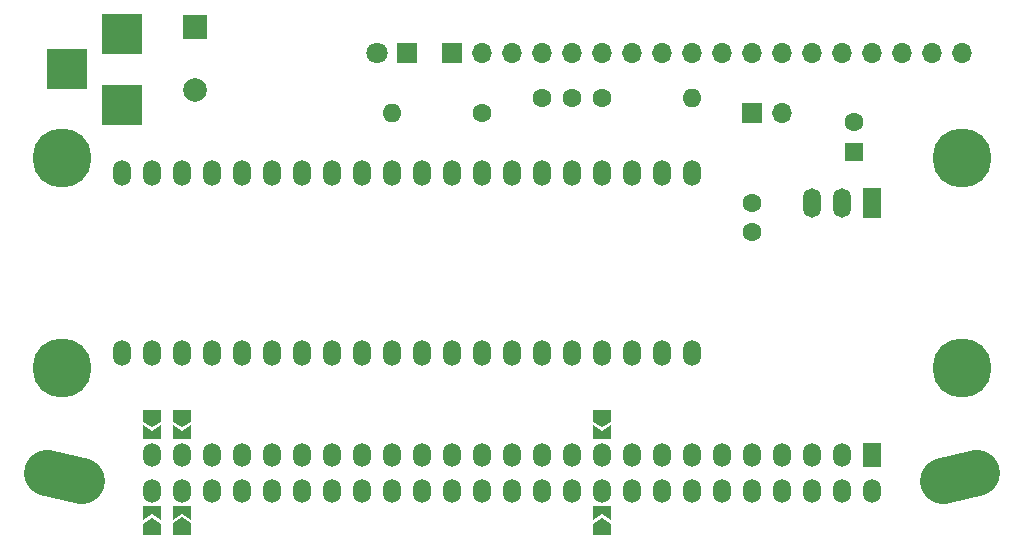
<source format=gbr>
G04 #@! TF.GenerationSoftware,KiCad,Pcbnew,(5.0.0-rc3-dev)*
G04 #@! TF.CreationDate,2019-02-11T22:12:22+01:00*
G04 #@! TF.ProjectId,Lawo 28x13,4C61776F2032387831332E6B69636164,1.1.0*
G04 #@! TF.SameCoordinates,Original*
G04 #@! TF.FileFunction,Soldermask,Bot*
G04 #@! TF.FilePolarity,Negative*
%FSLAX46Y46*%
G04 Gerber Fmt 4.6, Leading zero omitted, Abs format (unit mm)*
G04 Created by KiCad (PCBNEW (5.0.0-rc3-dev)) date 2019 February 11, Monday 22:12:22*
%MOMM*%
%LPD*%
G01*
G04 APERTURE LIST*
%ADD10C,1.600000*%
%ADD11C,1.800000*%
%ADD12R,1.800000X1.800000*%
%ADD13C,0.300000*%
%ADD14C,0.100000*%
%ADD15O,1.600000X1.600000*%
%ADD16O,1.501140X2.199640*%
%ADD17R,2.000000X2.000000*%
%ADD18C,2.000000*%
%ADD19C,3.900000*%
%ADD20C,3.900000*%
%ADD21O,1.500000X2.000000*%
%ADD22R,1.500000X2.000000*%
%ADD23C,5.000000*%
%ADD24R,3.500120X3.500120*%
%ADD25R,1.600000X1.600000*%
%ADD26O,1.700000X1.700000*%
%ADD27R,1.700000X1.700000*%
%ADD28R,1.500000X2.500000*%
%ADD29O,1.500000X2.500000*%
G04 APERTURE END LIST*
D10*
G04 #@! TO.C,C3*
X167640000Y-106680000D03*
X167640000Y-109180000D03*
G04 #@! TD*
D11*
G04 #@! TO.C,LED1*
X135890000Y-93980000D03*
D12*
X138430000Y-93980000D03*
G04 #@! TD*
D13*
G04 #@! TO.C,J6*
X116840000Y-134355500D03*
D14*
G36*
X116840000Y-133355500D02*
X117590000Y-133855500D01*
X117590000Y-134855500D01*
X116090000Y-134855500D01*
X116090000Y-133855500D01*
X116840000Y-133355500D01*
X116840000Y-133355500D01*
G37*
D13*
X116840000Y-132905500D03*
D14*
G36*
X117590000Y-132405500D02*
X117590000Y-133555500D01*
X116840000Y-133055500D01*
X116090000Y-133555500D01*
X116090000Y-132405500D01*
X117590000Y-132405500D01*
X117590000Y-132405500D01*
G37*
G04 #@! TD*
D10*
G04 #@! TO.C,R2*
X144780000Y-99060000D03*
D15*
X137160000Y-99060000D03*
G04 #@! TD*
D16*
G04 #@! TO.C,IC1*
X114300000Y-104140000D03*
X116840000Y-104140000D03*
X119380000Y-104140000D03*
X121920000Y-104140000D03*
X124460000Y-104140000D03*
X127000000Y-104140000D03*
X129540000Y-104140000D03*
X132080000Y-104140000D03*
X134620000Y-104140000D03*
X137160000Y-104140000D03*
X139700000Y-104140000D03*
X142240000Y-104140000D03*
X144780000Y-104140000D03*
X147320000Y-104140000D03*
X149860000Y-104140000D03*
X152400000Y-104140000D03*
X154940000Y-104140000D03*
X157480000Y-104140000D03*
X160020000Y-104140000D03*
X162560000Y-104140000D03*
X162560000Y-119380000D03*
X160020000Y-119380000D03*
X157480000Y-119380000D03*
X154940000Y-119380000D03*
X152400000Y-119380000D03*
X149860000Y-119380000D03*
X147320000Y-119380000D03*
X144780000Y-119380000D03*
X142240000Y-119380000D03*
X139700000Y-119380000D03*
X137160000Y-119380000D03*
X134620000Y-119380000D03*
X132080000Y-119380000D03*
X129540000Y-119380000D03*
X127000000Y-119380000D03*
X124460000Y-119380000D03*
X121920000Y-119380000D03*
X119380000Y-119380000D03*
X116840000Y-119380000D03*
X114300000Y-119380000D03*
G04 #@! TD*
D17*
G04 #@! TO.C,PWR_SW1*
X120500000Y-91838000D03*
D18*
X120500000Y-97138000D03*
G04 #@! TD*
D19*
G04 #@! TO.C,I1*
X185216800Y-129921000D03*
D20*
X183758858Y-130273713D02*
X186674742Y-129568287D01*
D19*
X109423200Y-129921000D03*
D20*
X110881142Y-130273713D02*
X107965258Y-129568287D01*
D21*
X127000000Y-131060000D03*
X127000000Y-128020000D03*
X124460000Y-128020000D03*
X124460000Y-131060000D03*
X121920000Y-131060000D03*
X121920000Y-128020000D03*
X116840000Y-128020000D03*
X116840000Y-131060000D03*
X119380000Y-131060000D03*
X119380000Y-128020000D03*
X132080000Y-128020000D03*
X132080000Y-131060000D03*
X129540000Y-131060000D03*
X129540000Y-128020000D03*
X134620000Y-128020000D03*
X134620000Y-131060000D03*
X137160000Y-131060000D03*
X137160000Y-128020000D03*
X139700000Y-128020000D03*
X139700000Y-131060000D03*
X144780000Y-128020000D03*
X144780000Y-131060000D03*
X142240000Y-131060000D03*
X142240000Y-128020000D03*
X147320000Y-128020000D03*
X147320000Y-131060000D03*
X149860000Y-131060000D03*
X149860000Y-128020000D03*
X152400000Y-128020000D03*
X152400000Y-131060000D03*
X154940000Y-131060000D03*
X154940000Y-128020000D03*
X157480000Y-128020000D03*
X157480000Y-131060000D03*
X160020000Y-131060000D03*
X160020000Y-128020000D03*
X162560000Y-128020000D03*
X162560000Y-131060000D03*
X165100000Y-131060000D03*
X165100000Y-128020000D03*
X167640000Y-128020000D03*
X167640000Y-131060000D03*
X170180000Y-131060000D03*
X170180000Y-128020000D03*
D22*
X177800000Y-128020000D03*
D21*
X177800000Y-131060000D03*
X175260000Y-128020000D03*
X175260000Y-131060000D03*
X172720000Y-128020000D03*
X172720000Y-131060000D03*
G04 #@! TD*
D23*
G04 #@! TO.C,MTH4*
X109220000Y-120650000D03*
G04 #@! TD*
G04 #@! TO.C,MTH2*
X185420000Y-102870000D03*
G04 #@! TD*
G04 #@! TO.C,MTH3*
X185420000Y-120650000D03*
G04 #@! TD*
G04 #@! TO.C,MTH1*
X109220000Y-102870000D03*
G04 #@! TD*
D24*
G04 #@! TO.C,PWR1*
X114300000Y-98402140D03*
X114300000Y-92402660D03*
X109601000Y-95402400D03*
G04 #@! TD*
D10*
G04 #@! TO.C,C1*
X149860000Y-97790000D03*
X152360000Y-97790000D03*
G04 #@! TD*
G04 #@! TO.C,C2*
X176276000Y-99862000D03*
D25*
X176276000Y-102362000D03*
G04 #@! TD*
D26*
G04 #@! TO.C,I2*
X185420000Y-94043500D03*
X182880000Y-94043500D03*
X180340000Y-94043500D03*
X177800000Y-94043500D03*
X175260000Y-94043500D03*
X172720000Y-94043500D03*
X170180000Y-94043500D03*
X167640000Y-94043500D03*
X165100000Y-94043500D03*
X162560000Y-94043500D03*
X160020000Y-94043500D03*
X157480000Y-94043500D03*
X154940000Y-94043500D03*
X152400000Y-94043500D03*
X149860000Y-94043500D03*
X147320000Y-94043500D03*
X144780000Y-94043500D03*
D27*
X142240000Y-94043500D03*
G04 #@! TD*
D15*
G04 #@! TO.C,R1*
X162560000Y-97790000D03*
D10*
X154940000Y-97790000D03*
G04 #@! TD*
D13*
G04 #@! TO.C,J1*
X154940000Y-126174500D03*
D14*
G36*
X154190000Y-126674500D02*
X154190000Y-125524500D01*
X154940000Y-126024500D01*
X155690000Y-125524500D01*
X155690000Y-126674500D01*
X154190000Y-126674500D01*
X154190000Y-126674500D01*
G37*
D13*
X154940000Y-124724500D03*
D14*
G36*
X154940000Y-125724500D02*
X154190000Y-125224500D01*
X154190000Y-124224500D01*
X155690000Y-124224500D01*
X155690000Y-125224500D01*
X154940000Y-125724500D01*
X154940000Y-125724500D01*
G37*
G04 #@! TD*
D13*
G04 #@! TO.C,J2*
X119380000Y-124724500D03*
D14*
G36*
X119380000Y-125724500D02*
X118630000Y-125224500D01*
X118630000Y-124224500D01*
X120130000Y-124224500D01*
X120130000Y-125224500D01*
X119380000Y-125724500D01*
X119380000Y-125724500D01*
G37*
D13*
X119380000Y-126174500D03*
D14*
G36*
X118630000Y-126674500D02*
X118630000Y-125524500D01*
X119380000Y-126024500D01*
X120130000Y-125524500D01*
X120130000Y-126674500D01*
X118630000Y-126674500D01*
X118630000Y-126674500D01*
G37*
G04 #@! TD*
D13*
G04 #@! TO.C,J3*
X116840000Y-124724500D03*
D14*
G36*
X116840000Y-125724500D02*
X116090000Y-125224500D01*
X116090000Y-124224500D01*
X117590000Y-124224500D01*
X117590000Y-125224500D01*
X116840000Y-125724500D01*
X116840000Y-125724500D01*
G37*
D13*
X116840000Y-126174500D03*
D14*
G36*
X116090000Y-126674500D02*
X116090000Y-125524500D01*
X116840000Y-126024500D01*
X117590000Y-125524500D01*
X117590000Y-126674500D01*
X116090000Y-126674500D01*
X116090000Y-126674500D01*
G37*
G04 #@! TD*
D13*
G04 #@! TO.C,J4*
X154940000Y-132905500D03*
D14*
G36*
X155690000Y-132405500D02*
X155690000Y-133555500D01*
X154940000Y-133055500D01*
X154190000Y-133555500D01*
X154190000Y-132405500D01*
X155690000Y-132405500D01*
X155690000Y-132405500D01*
G37*
D13*
X154940000Y-134355500D03*
D14*
G36*
X154940000Y-133355500D02*
X155690000Y-133855500D01*
X155690000Y-134855500D01*
X154190000Y-134855500D01*
X154190000Y-133855500D01*
X154940000Y-133355500D01*
X154940000Y-133355500D01*
G37*
G04 #@! TD*
D13*
G04 #@! TO.C,J5*
X119380000Y-132879000D03*
D14*
G36*
X120130000Y-132379000D02*
X120130000Y-133529000D01*
X119380000Y-133029000D01*
X118630000Y-133529000D01*
X118630000Y-132379000D01*
X120130000Y-132379000D01*
X120130000Y-132379000D01*
G37*
D13*
X119380000Y-134329000D03*
D14*
G36*
X119380000Y-133329000D02*
X120130000Y-133829000D01*
X120130000Y-134829000D01*
X118630000Y-134829000D01*
X118630000Y-133829000D01*
X119380000Y-133329000D01*
X119380000Y-133329000D01*
G37*
G04 #@! TD*
D28*
G04 #@! TO.C,U1*
X177800000Y-106680000D03*
D29*
X175260000Y-106680000D03*
X172720000Y-106680000D03*
G04 #@! TD*
D26*
G04 #@! TO.C,I3*
X170180000Y-99060000D03*
D27*
X167640000Y-99060000D03*
G04 #@! TD*
M02*

</source>
